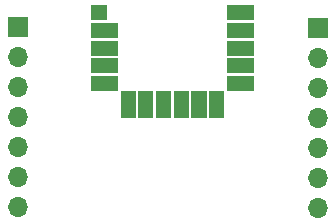
<source format=gbr>
%TF.GenerationSoftware,KiCad,Pcbnew,(5.1.9-0-10_14)*%
%TF.CreationDate,2021-02-18T15:53:41+03:00*%
%TF.ProjectId,DA14531MOD-Breakout,44413134-3533-4314-9d4f-442d42726561,rev?*%
%TF.SameCoordinates,Original*%
%TF.FileFunction,Soldermask,Top*%
%TF.FilePolarity,Negative*%
%FSLAX46Y46*%
G04 Gerber Fmt 4.6, Leading zero omitted, Abs format (unit mm)*
G04 Created by KiCad (PCBNEW (5.1.9-0-10_14)) date 2021-02-18 15:53:41*
%MOMM*%
%LPD*%
G01*
G04 APERTURE LIST*
%ADD10C,0.010000*%
%ADD11O,1.700000X1.700000*%
%ADD12R,1.700000X1.700000*%
G04 APERTURE END LIST*
D10*
%TO.C,U1*%
G36*
X86980000Y-87930000D02*
G01*
X88180000Y-87930000D01*
X88180000Y-85730000D01*
X86980000Y-85730000D01*
X86980000Y-87930000D01*
G37*
X86980000Y-87930000D02*
X88180000Y-87930000D01*
X88180000Y-85730000D01*
X86980000Y-85730000D01*
X86980000Y-87930000D01*
G36*
X84480000Y-78480000D02*
G01*
X84480000Y-79680000D01*
X85780000Y-79680000D01*
X85780000Y-78480000D01*
X84480000Y-78480000D01*
G37*
X84480000Y-78480000D02*
X84480000Y-79680000D01*
X85780000Y-79680000D01*
X85780000Y-78480000D01*
X84480000Y-78480000D01*
G36*
X95980000Y-78480000D02*
G01*
X95980000Y-79680000D01*
X98180000Y-79680000D01*
X98180000Y-78480000D01*
X95980000Y-78480000D01*
G37*
X95980000Y-78480000D02*
X95980000Y-79680000D01*
X98180000Y-79680000D01*
X98180000Y-78480000D01*
X95980000Y-78480000D01*
G36*
X84480000Y-79980000D02*
G01*
X84480000Y-81180000D01*
X86680000Y-81180000D01*
X86680000Y-79980000D01*
X84480000Y-79980000D01*
G37*
X84480000Y-79980000D02*
X84480000Y-81180000D01*
X86680000Y-81180000D01*
X86680000Y-79980000D01*
X84480000Y-79980000D01*
G36*
X84480000Y-81480000D02*
G01*
X84480000Y-82680000D01*
X86680000Y-82680000D01*
X86680000Y-81480000D01*
X84480000Y-81480000D01*
G37*
X84480000Y-81480000D02*
X84480000Y-82680000D01*
X86680000Y-82680000D01*
X86680000Y-81480000D01*
X84480000Y-81480000D01*
G36*
X84480000Y-82980000D02*
G01*
X84480000Y-84180000D01*
X86680000Y-84180000D01*
X86680000Y-82980000D01*
X84480000Y-82980000D01*
G37*
X84480000Y-82980000D02*
X84480000Y-84180000D01*
X86680000Y-84180000D01*
X86680000Y-82980000D01*
X84480000Y-82980000D01*
G36*
X84480000Y-84480000D02*
G01*
X84480000Y-85680000D01*
X86680000Y-85680000D01*
X86680000Y-84480000D01*
X84480000Y-84480000D01*
G37*
X84480000Y-84480000D02*
X84480000Y-85680000D01*
X86680000Y-85680000D01*
X86680000Y-84480000D01*
X84480000Y-84480000D01*
G36*
X95980000Y-79980000D02*
G01*
X95980000Y-81180000D01*
X98180000Y-81180000D01*
X98180000Y-79980000D01*
X95980000Y-79980000D01*
G37*
X95980000Y-79980000D02*
X95980000Y-81180000D01*
X98180000Y-81180000D01*
X98180000Y-79980000D01*
X95980000Y-79980000D01*
G36*
X95980000Y-81480000D02*
G01*
X95980000Y-82680000D01*
X98180000Y-82680000D01*
X98180000Y-81480000D01*
X95980000Y-81480000D01*
G37*
X95980000Y-81480000D02*
X95980000Y-82680000D01*
X98180000Y-82680000D01*
X98180000Y-81480000D01*
X95980000Y-81480000D01*
G36*
X95980000Y-82980000D02*
G01*
X95980000Y-84180000D01*
X98180000Y-84180000D01*
X98180000Y-82980000D01*
X95980000Y-82980000D01*
G37*
X95980000Y-82980000D02*
X95980000Y-84180000D01*
X98180000Y-84180000D01*
X98180000Y-82980000D01*
X95980000Y-82980000D01*
G36*
X95980000Y-84480000D02*
G01*
X95980000Y-85680000D01*
X98180000Y-85680000D01*
X98180000Y-84480000D01*
X95980000Y-84480000D01*
G37*
X95980000Y-84480000D02*
X95980000Y-85680000D01*
X98180000Y-85680000D01*
X98180000Y-84480000D01*
X95980000Y-84480000D01*
G36*
X88480000Y-87930000D02*
G01*
X89680000Y-87930000D01*
X89680000Y-85730000D01*
X88480000Y-85730000D01*
X88480000Y-87930000D01*
G37*
X88480000Y-87930000D02*
X89680000Y-87930000D01*
X89680000Y-85730000D01*
X88480000Y-85730000D01*
X88480000Y-87930000D01*
G36*
X89980000Y-87930000D02*
G01*
X91180000Y-87930000D01*
X91180000Y-85730000D01*
X89980000Y-85730000D01*
X89980000Y-87930000D01*
G37*
X89980000Y-87930000D02*
X91180000Y-87930000D01*
X91180000Y-85730000D01*
X89980000Y-85730000D01*
X89980000Y-87930000D01*
G36*
X91480000Y-87930000D02*
G01*
X92680000Y-87930000D01*
X92680000Y-85730000D01*
X91480000Y-85730000D01*
X91480000Y-87930000D01*
G37*
X91480000Y-87930000D02*
X92680000Y-87930000D01*
X92680000Y-85730000D01*
X91480000Y-85730000D01*
X91480000Y-87930000D01*
G36*
X92980000Y-87930000D02*
G01*
X94180000Y-87930000D01*
X94180000Y-85730000D01*
X92980000Y-85730000D01*
X92980000Y-87930000D01*
G37*
X92980000Y-87930000D02*
X94180000Y-87930000D01*
X94180000Y-85730000D01*
X92980000Y-85730000D01*
X92980000Y-87930000D01*
G36*
X94480000Y-87930000D02*
G01*
X95680000Y-87930000D01*
X95680000Y-85730000D01*
X94480000Y-85730000D01*
X94480000Y-87930000D01*
G37*
X94480000Y-87930000D02*
X95680000Y-87930000D01*
X95680000Y-85730000D01*
X94480000Y-85730000D01*
X94480000Y-87930000D01*
%TD*%
D11*
%TO.C,J1*%
X78300000Y-95580000D03*
X78300000Y-93040000D03*
X78300000Y-90500000D03*
X78300000Y-87960000D03*
X78300000Y-85420000D03*
X78300000Y-82880000D03*
D12*
X78300000Y-80340000D03*
%TD*%
%TO.C,J2*%
X103690000Y-80390000D03*
D11*
X103690000Y-82930000D03*
X103690000Y-85470000D03*
X103690000Y-88010000D03*
X103690000Y-90550000D03*
X103690000Y-93090000D03*
X103690000Y-95630000D03*
%TD*%
M02*

</source>
